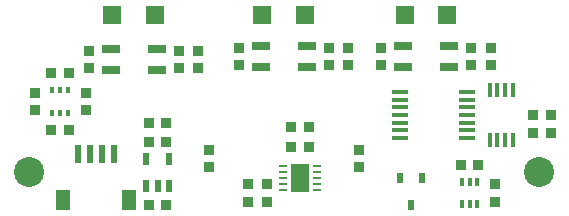
<source format=gbr>
%TF.GenerationSoftware,KiCad,Pcbnew,7.0.8*%
%TF.CreationDate,2024-01-07T14:56:32-05:00*%
%TF.ProjectId,lineFollowerArray,6c696e65-466f-46c6-9c6f-776572417272,01*%
%TF.SameCoordinates,Original*%
%TF.FileFunction,Soldermask,Bot*%
%TF.FilePolarity,Negative*%
%FSLAX46Y46*%
G04 Gerber Fmt 4.6, Leading zero omitted, Abs format (unit mm)*
G04 Created by KiCad (PCBNEW 7.0.8) date 2024-01-07 14:56:32*
%MOMM*%
%LPD*%
G01*
G04 APERTURE LIST*
%ADD10R,0.970000X0.871000*%
%ADD11R,1.500000X1.600000*%
%ADD12R,0.700000X0.270000*%
%ADD13R,1.650000X2.380000*%
%ADD14R,0.377000X0.681000*%
%ADD15R,0.929000X0.820000*%
%ADD16R,0.871000X0.970000*%
%ADD17C,2.540000*%
%ADD18R,0.621000X0.826000*%
%ADD19R,1.625000X0.749000*%
%ADD20R,1.200000X1.800000*%
%ADD21R,0.600000X1.550000*%
%ADD22R,0.820000X0.929000*%
%ADD23R,0.369000X0.590000*%
%ADD24R,0.461000X1.271000*%
%ADD25R,1.372000X0.387000*%
%ADD26R,0.609000X1.139000*%
G04 APERTURE END LIST*
D10*
%TO.C,C5*%
X146050000Y-112407000D03*
X146050000Y-113907000D03*
%TD*%
%TO.C,C1*%
X133350000Y-113907000D03*
X133350000Y-112407000D03*
%TD*%
D11*
%TO.C,D3*%
X125200000Y-100965000D03*
X128800000Y-100965000D03*
%TD*%
D12*
%TO.C,U1*%
X142512000Y-113808000D03*
X142512000Y-114308000D03*
X142512000Y-114808000D03*
X142512000Y-115308000D03*
X142512000Y-115808000D03*
X139682000Y-115808000D03*
X139682000Y-115308000D03*
X139682000Y-114808000D03*
X139682000Y-114308000D03*
X139682000Y-113808000D03*
D13*
X141097000Y-114808000D03*
%TD*%
D14*
%TO.C,U2*%
X154798000Y-115113000D03*
X155448000Y-115113000D03*
X156098000Y-115113000D03*
X156098000Y-117043000D03*
X155448000Y-117043000D03*
X154798000Y-117043000D03*
%TD*%
D15*
%TO.C,R17*%
X145161000Y-105276000D03*
X145161000Y-103766000D03*
%TD*%
%TO.C,R18*%
X157226000Y-105276000D03*
X157226000Y-103766000D03*
%TD*%
D16*
%TO.C,C2*%
X141847000Y-112141000D03*
X140347000Y-112141000D03*
%TD*%
D15*
%TO.C,R16*%
X132461000Y-105530000D03*
X132461000Y-104020000D03*
%TD*%
%TO.C,R1*%
X138303000Y-115323000D03*
X138303000Y-116833000D03*
%TD*%
%TO.C,R5*%
X122936000Y-109086000D03*
X122936000Y-107576000D03*
%TD*%
D16*
%TO.C,C4*%
X154698000Y-113665000D03*
X156198000Y-113665000D03*
%TD*%
D17*
%TO.C,H1*%
X118110000Y-114300000D03*
%TD*%
D11*
%TO.C,D5*%
X149965000Y-100965000D03*
X153565000Y-100965000D03*
%TD*%
D15*
%TO.C,R8*%
X162306000Y-109481000D03*
X162306000Y-110991000D03*
%TD*%
%TO.C,R2*%
X136652000Y-116833000D03*
X136652000Y-115323000D03*
%TD*%
%TO.C,R4*%
X118618000Y-107576000D03*
X118618000Y-109086000D03*
%TD*%
%TO.C,R13*%
X143510000Y-103766000D03*
X143510000Y-105276000D03*
%TD*%
%TO.C,R10*%
X123190000Y-105530000D03*
X123190000Y-104020000D03*
%TD*%
%TO.C,R9*%
X160782000Y-109474000D03*
X160782000Y-110984000D03*
%TD*%
%TO.C,R15*%
X155575000Y-103766000D03*
X155575000Y-105276000D03*
%TD*%
D18*
%TO.C,Q2*%
X149545000Y-114838000D03*
X151445000Y-114838000D03*
X150495000Y-117064000D03*
%TD*%
D19*
%TO.C,U7*%
X149820000Y-103621000D03*
X153710000Y-103621000D03*
X153710000Y-105421000D03*
X149820000Y-105421000D03*
%TD*%
D15*
%TO.C,R11*%
X130810000Y-104020000D03*
X130810000Y-105530000D03*
%TD*%
D20*
%TO.C,J1*%
X126625000Y-116683000D03*
D21*
X125325000Y-112808000D03*
D20*
X121025000Y-116683000D03*
D21*
X124325000Y-112808000D03*
X123325000Y-112808000D03*
X122325000Y-112808000D03*
%TD*%
D16*
%TO.C,C8*%
X129782000Y-111760000D03*
X128282000Y-111760000D03*
%TD*%
D17*
%TO.C,H2*%
X161290000Y-114300000D03*
%TD*%
D22*
%TO.C,R7*%
X120022000Y-110744000D03*
X121532000Y-110744000D03*
%TD*%
D16*
%TO.C,C7*%
X129782000Y-110109000D03*
X128282000Y-110109000D03*
%TD*%
D23*
%TO.C,Q1*%
X121427000Y-109301000D03*
X120777000Y-109301000D03*
X120127000Y-109301000D03*
X120127000Y-107361000D03*
X120777000Y-107361000D03*
X121427000Y-107361000D03*
%TD*%
D16*
%TO.C,C6*%
X129782000Y-117094000D03*
X128282000Y-117094000D03*
%TD*%
D22*
%TO.C,R6*%
X121532000Y-105918000D03*
X120022000Y-105918000D03*
%TD*%
D19*
%TO.C,U5*%
X125055000Y-103875000D03*
X128945000Y-103875000D03*
X128945000Y-105675000D03*
X125055000Y-105675000D03*
%TD*%
D24*
%TO.C,U4*%
X157140000Y-107374000D03*
X157790000Y-107374000D03*
X158440000Y-107374000D03*
X159090000Y-107374000D03*
X159090000Y-111574000D03*
X158440000Y-111574000D03*
X157790000Y-111574000D03*
X157140000Y-111574000D03*
%TD*%
D11*
%TO.C,D4*%
X137900000Y-100965000D03*
X141500000Y-100965000D03*
%TD*%
D19*
%TO.C,U6*%
X137755000Y-103621000D03*
X141645000Y-103621000D03*
X141645000Y-105421000D03*
X137755000Y-105421000D03*
%TD*%
D25*
%TO.C,U8*%
X149578000Y-111424000D03*
X149578000Y-110774000D03*
X149578000Y-110124000D03*
X149578000Y-109474000D03*
X149578000Y-108824000D03*
X149578000Y-108174000D03*
X149578000Y-107524000D03*
X155222000Y-107524000D03*
X155222000Y-108174000D03*
X155222000Y-108824000D03*
X155222000Y-109474000D03*
X155222000Y-110124000D03*
X155222000Y-110774000D03*
X155222000Y-111424000D03*
%TD*%
D15*
%TO.C,R12*%
X135890000Y-105276000D03*
X135890000Y-103766000D03*
%TD*%
D26*
%TO.C,U3*%
X129982000Y-115439000D03*
X129032000Y-115439000D03*
X128082000Y-115439000D03*
X128082000Y-113161000D03*
X129982000Y-113161000D03*
%TD*%
D15*
%TO.C,R14*%
X147955000Y-105276000D03*
X147955000Y-103766000D03*
%TD*%
D16*
%TO.C,C3*%
X141847000Y-110490000D03*
X140347000Y-110490000D03*
%TD*%
D15*
%TO.C,R3*%
X157607000Y-115323000D03*
X157607000Y-116833000D03*
%TD*%
M02*

</source>
